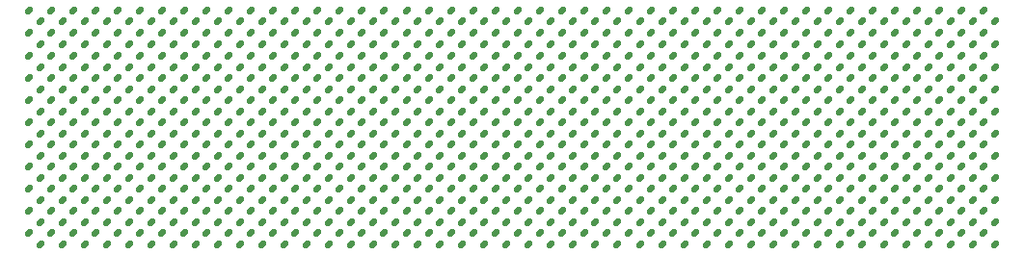
<source format=gbr>
%TF.GenerationSoftware,KiCad,Pcbnew,8.0.2-1.fc40*%
%TF.CreationDate,2025-03-27T00:29:42+07:00*%
%TF.ProjectId,BadgeMagic,42616467-654d-4616-9769-632e6b696361,rev?*%
%TF.SameCoordinates,Original*%
%TF.FileFunction,Paste,Bot*%
%TF.FilePolarity,Positive*%
%FSLAX46Y46*%
G04 Gerber Fmt 4.6, Leading zero omitted, Abs format (unit mm)*
G04 Created by KiCad (PCBNEW 8.0.2-1.fc40) date 2025-03-27 00:29:42*
%MOMM*%
%LPD*%
G01*
G04 APERTURE LIST*
G04 Aperture macros list*
%AMRoundRect*
0 Rectangle with rounded corners*
0 $1 Rounding radius*
0 $2 $3 $4 $5 $6 $7 $8 $9 X,Y pos of 4 corners*
0 Add a 4 corners polygon primitive as box body*
4,1,4,$2,$3,$4,$5,$6,$7,$8,$9,$2,$3,0*
0 Add four circle primitives for the rounded corners*
1,1,$1+$1,$2,$3*
1,1,$1+$1,$4,$5*
1,1,$1+$1,$6,$7*
1,1,$1+$1,$8,$9*
0 Add four rect primitives between the rounded corners*
20,1,$1+$1,$2,$3,$4,$5,0*
20,1,$1+$1,$4,$5,$6,$7,0*
20,1,$1+$1,$6,$7,$8,$9,0*
20,1,$1+$1,$8,$9,$2,$3,0*%
G04 Aperture macros list end*
%ADD10RoundRect,0.150000X0.247487X0.106066X0.106066X0.247487X-0.247487X-0.106066X-0.106066X-0.247487X0*%
G04 APERTURE END LIST*
D10*
%TO.C,D330*%
X164726940Y-93887500D03*
X163736990Y-92897550D03*
%TD*%
%TO.C,D197*%
X141326940Y-95837500D03*
X140336990Y-94847550D03*
%TD*%
%TO.C,D207*%
X143276940Y-97887500D03*
X142286990Y-96897550D03*
%TD*%
%TO.C,D389*%
X176426940Y-107637500D03*
X175436990Y-106647550D03*
%TD*%
%TO.C,D1*%
X108176940Y-113487500D03*
X107186990Y-112497550D03*
%TD*%
%TO.C,D55*%
X115976940Y-93887500D03*
X114986990Y-92897550D03*
%TD*%
%TO.C,D371*%
X172526940Y-99837500D03*
X171536990Y-98847550D03*
%TD*%
%TO.C,D454*%
X188126940Y-109587500D03*
X187136990Y-108597550D03*
%TD*%
%TO.C,D269*%
X154976940Y-105687500D03*
X153986990Y-104697550D03*
%TD*%
%TO.C,D276*%
X156926940Y-113487500D03*
X155936990Y-112497550D03*
%TD*%
%TO.C,D130*%
X129626940Y-97887500D03*
X128636990Y-96897550D03*
%TD*%
%TO.C,D53*%
X115976940Y-97887500D03*
X114986990Y-96897550D03*
%TD*%
%TO.C,D136*%
X131576940Y-107637500D03*
X130586990Y-106647550D03*
%TD*%
%TO.C,D421*%
X182276940Y-109587500D03*
X181286990Y-108597550D03*
%TD*%
%TO.C,D294*%
X158876940Y-99837500D03*
X157886990Y-98847550D03*
%TD*%
%TO.C,D261*%
X153026940Y-99837500D03*
X152036990Y-98847550D03*
%TD*%
%TO.C,D333*%
X166676940Y-109587500D03*
X165686990Y-108597550D03*
%TD*%
%TO.C,D181*%
X139376940Y-105687500D03*
X138386990Y-104697550D03*
%TD*%
%TO.C,D216*%
X145226940Y-101787500D03*
X144236990Y-100797550D03*
%TD*%
%TO.C,D424*%
X182276940Y-103737500D03*
X181286990Y-102747550D03*
%TD*%
%TO.C,D413*%
X180326940Y-103737500D03*
X179336990Y-102747550D03*
%TD*%
%TO.C,D263*%
X153026940Y-95837500D03*
X152036990Y-94847550D03*
%TD*%
%TO.C,D219*%
X145226940Y-95837500D03*
X144236990Y-94847550D03*
%TD*%
%TO.C,D198*%
X141326940Y-93887500D03*
X140336990Y-92897550D03*
%TD*%
%TO.C,D30*%
X112076940Y-99837500D03*
X111086990Y-98847550D03*
%TD*%
%TO.C,D255*%
X153026940Y-111537500D03*
X152036990Y-110547550D03*
%TD*%
%TO.C,D179*%
X139376940Y-109587500D03*
X138386990Y-108597550D03*
%TD*%
%TO.C,D308*%
X160826940Y-93887500D03*
X159836990Y-92897550D03*
%TD*%
%TO.C,D12*%
X110126940Y-113487500D03*
X109136990Y-112497550D03*
%TD*%
%TO.C,D7*%
X108176940Y-101787500D03*
X107186990Y-100797550D03*
%TD*%
%TO.C,D129*%
X129626940Y-99837500D03*
X128636990Y-98847550D03*
%TD*%
%TO.C,D36*%
X114026940Y-109587500D03*
X113036990Y-108597550D03*
%TD*%
%TO.C,D82*%
X121826940Y-105687500D03*
X120836990Y-104697550D03*
%TD*%
%TO.C,D217*%
X145226940Y-99837500D03*
X144236990Y-98847550D03*
%TD*%
%TO.C,D218*%
X145226940Y-97887500D03*
X144236990Y-96897550D03*
%TD*%
%TO.C,D398*%
X178376940Y-111537500D03*
X177386990Y-110547550D03*
%TD*%
%TO.C,D407*%
X178376940Y-93887500D03*
X177386990Y-92897550D03*
%TD*%
%TO.C,D112*%
X127676940Y-111537500D03*
X126686990Y-110547550D03*
%TD*%
%TO.C,D210*%
X145226940Y-113487500D03*
X144236990Y-112497550D03*
%TD*%
%TO.C,D282*%
X156926940Y-101787500D03*
X155936990Y-100797550D03*
%TD*%
%TO.C,D367*%
X172526940Y-107637500D03*
X171536990Y-106647550D03*
%TD*%
%TO.C,D278*%
X156926940Y-109587500D03*
X155936990Y-108597550D03*
%TD*%
%TO.C,D118*%
X127676940Y-99837500D03*
X126686990Y-98847550D03*
%TD*%
%TO.C,D366*%
X172526940Y-109587500D03*
X171536990Y-108597550D03*
%TD*%
%TO.C,D22*%
X110126940Y-93887500D03*
X109136990Y-92897550D03*
%TD*%
%TO.C,D231*%
X147176940Y-93887500D03*
X146186990Y-92897550D03*
%TD*%
%TO.C,D267*%
X154976940Y-109587500D03*
X153986990Y-108597550D03*
%TD*%
%TO.C,D244*%
X151076940Y-111537500D03*
X150086990Y-110547550D03*
%TD*%
%TO.C,D153*%
X133526940Y-95837500D03*
X132536990Y-94847550D03*
%TD*%
%TO.C,D388*%
X176426940Y-109587500D03*
X175436990Y-108597550D03*
%TD*%
%TO.C,D315*%
X162776940Y-101787500D03*
X161786990Y-100797550D03*
%TD*%
%TO.C,D337*%
X166676940Y-101787500D03*
X165686990Y-100797550D03*
%TD*%
%TO.C,D273*%
X154976940Y-97887500D03*
X153986990Y-96897550D03*
%TD*%
%TO.C,D95*%
X123776940Y-101787500D03*
X122786990Y-100797550D03*
%TD*%
%TO.C,D230*%
X147176940Y-95837500D03*
X146186990Y-94847550D03*
%TD*%
%TO.C,D446*%
X186176940Y-103737500D03*
X185186990Y-102747550D03*
%TD*%
%TO.C,D373*%
X172526940Y-95837500D03*
X171536990Y-94847550D03*
%TD*%
%TO.C,D419*%
X182276940Y-113487500D03*
X181286990Y-112497550D03*
%TD*%
%TO.C,D459*%
X188126940Y-99837500D03*
X187136990Y-98847550D03*
%TD*%
%TO.C,D445*%
X186176940Y-105687500D03*
X185186990Y-104697550D03*
%TD*%
%TO.C,D121*%
X127676940Y-93887500D03*
X126686990Y-92897550D03*
%TD*%
%TO.C,D26*%
X112076940Y-107637500D03*
X111086990Y-106647550D03*
%TD*%
%TO.C,D247*%
X151076940Y-105687500D03*
X150086990Y-104697550D03*
%TD*%
%TO.C,D284*%
X156926940Y-97887500D03*
X155936990Y-96897550D03*
%TD*%
%TO.C,D406*%
X178376940Y-95837500D03*
X177386990Y-94847550D03*
%TD*%
%TO.C,D120*%
X127676940Y-95837500D03*
X126686990Y-94847550D03*
%TD*%
%TO.C,D328*%
X164726940Y-97887500D03*
X163736990Y-96897550D03*
%TD*%
%TO.C,D275*%
X154976940Y-93887500D03*
X153986990Y-92897550D03*
%TD*%
%TO.C,D171*%
X137426940Y-103737500D03*
X136436990Y-102747550D03*
%TD*%
%TO.C,D258*%
X153026940Y-105687500D03*
X152036990Y-104697550D03*
%TD*%
%TO.C,D203*%
X143276940Y-105687500D03*
X142286990Y-104697550D03*
%TD*%
%TO.C,D472*%
X190076940Y-95837500D03*
X189086990Y-94847550D03*
%TD*%
%TO.C,D312*%
X162776940Y-107637500D03*
X161786990Y-106647550D03*
%TD*%
%TO.C,D280*%
X156926940Y-105687500D03*
X155936990Y-104697550D03*
%TD*%
%TO.C,D74*%
X119876940Y-99837500D03*
X118886990Y-98847550D03*
%TD*%
%TO.C,D83*%
X121826940Y-103737500D03*
X120836990Y-102747550D03*
%TD*%
%TO.C,D324*%
X164726940Y-105687500D03*
X163736990Y-104697550D03*
%TD*%
%TO.C,D270*%
X154976940Y-103737500D03*
X153986990Y-102747550D03*
%TD*%
%TO.C,D469*%
X190076940Y-101787500D03*
X189086990Y-100797550D03*
%TD*%
%TO.C,D455*%
X188126940Y-107637500D03*
X187136990Y-106647550D03*
%TD*%
%TO.C,D397*%
X178376940Y-113487500D03*
X177386990Y-112497550D03*
%TD*%
%TO.C,D145*%
X133526940Y-111537500D03*
X132536990Y-110547550D03*
%TD*%
%TO.C,D384*%
X174476940Y-95837500D03*
X173486990Y-94847550D03*
%TD*%
%TO.C,D462*%
X188126940Y-93887500D03*
X187136990Y-92897550D03*
%TD*%
%TO.C,D338*%
X166676940Y-99837500D03*
X165686990Y-98847550D03*
%TD*%
%TO.C,D69*%
X119876940Y-109587500D03*
X118886990Y-108597550D03*
%TD*%
%TO.C,D292*%
X158876940Y-103737500D03*
X157886990Y-102747550D03*
%TD*%
%TO.C,D204*%
X143276940Y-103737500D03*
X142286990Y-102747550D03*
%TD*%
%TO.C,D106*%
X125726940Y-101787500D03*
X124736990Y-100797550D03*
%TD*%
%TO.C,D319*%
X162776940Y-93887500D03*
X161786990Y-92897550D03*
%TD*%
%TO.C,D188*%
X141326940Y-113487500D03*
X140336990Y-112497550D03*
%TD*%
%TO.C,D148*%
X133526940Y-105687500D03*
X132536990Y-104697550D03*
%TD*%
%TO.C,D346*%
X168626940Y-105687500D03*
X167636990Y-104697550D03*
%TD*%
%TO.C,D250*%
X151076940Y-99837500D03*
X150086990Y-98847550D03*
%TD*%
%TO.C,D100*%
X125726940Y-113487500D03*
X124736990Y-112497550D03*
%TD*%
%TO.C,D211*%
X145226940Y-111537500D03*
X144236990Y-110547550D03*
%TD*%
%TO.C,D126*%
X129626940Y-105687500D03*
X128636990Y-104697550D03*
%TD*%
%TO.C,D475*%
X192026940Y-111537500D03*
X191036990Y-110547550D03*
%TD*%
%TO.C,D325*%
X164726940Y-103737500D03*
X163736990Y-102747550D03*
%TD*%
%TO.C,D236*%
X149126940Y-105687500D03*
X148136990Y-104697550D03*
%TD*%
%TO.C,D428*%
X182276940Y-95837500D03*
X181286990Y-94847550D03*
%TD*%
%TO.C,D117*%
X127676940Y-101787500D03*
X126686990Y-100797550D03*
%TD*%
%TO.C,D205*%
X143276940Y-101787500D03*
X142286990Y-100797550D03*
%TD*%
%TO.C,D287*%
X158876940Y-113487500D03*
X157886990Y-112497550D03*
%TD*%
%TO.C,D252*%
X151076940Y-95837500D03*
X150086990Y-94847550D03*
%TD*%
%TO.C,D481*%
X192026940Y-99837500D03*
X191036990Y-98847550D03*
%TD*%
%TO.C,D417*%
X180326940Y-95837500D03*
X179336990Y-94847550D03*
%TD*%
%TO.C,D466*%
X190076940Y-107637500D03*
X189086990Y-106647550D03*
%TD*%
%TO.C,D50*%
X115976940Y-103737500D03*
X114986990Y-102747550D03*
%TD*%
%TO.C,D72*%
X119876940Y-103737500D03*
X118886990Y-102747550D03*
%TD*%
%TO.C,D323*%
X164726940Y-107637500D03*
X163736990Y-106647550D03*
%TD*%
%TO.C,D142*%
X131576940Y-95837500D03*
X130586990Y-94847550D03*
%TD*%
%TO.C,D272*%
X154976940Y-99837500D03*
X153986990Y-98847550D03*
%TD*%
%TO.C,D78*%
X121826940Y-113487500D03*
X120836990Y-112497550D03*
%TD*%
%TO.C,D444*%
X186176940Y-107637500D03*
X185186990Y-106647550D03*
%TD*%
%TO.C,D3*%
X108176940Y-109587500D03*
X107186990Y-108597550D03*
%TD*%
%TO.C,D297*%
X158876940Y-93887500D03*
X157886990Y-92897550D03*
%TD*%
%TO.C,D433*%
X184226940Y-107637500D03*
X183236990Y-106647550D03*
%TD*%
%TO.C,D256*%
X153026940Y-109587500D03*
X152036990Y-108597550D03*
%TD*%
%TO.C,D296*%
X158876940Y-95837500D03*
X157886990Y-94847550D03*
%TD*%
%TO.C,D89*%
X123776940Y-113487500D03*
X122786990Y-112497550D03*
%TD*%
%TO.C,D393*%
X176426940Y-99837500D03*
X175436990Y-98847550D03*
%TD*%
%TO.C,D196*%
X141326940Y-97887500D03*
X140336990Y-96897550D03*
%TD*%
%TO.C,D471*%
X190076940Y-97887500D03*
X189086990Y-96897550D03*
%TD*%
%TO.C,D32*%
X112076940Y-95837500D03*
X111086990Y-94847550D03*
%TD*%
%TO.C,D253*%
X151076940Y-93887500D03*
X150086990Y-92897550D03*
%TD*%
%TO.C,D214*%
X145226940Y-105687500D03*
X144236990Y-104697550D03*
%TD*%
%TO.C,D434*%
X184226940Y-105687500D03*
X183236990Y-104697550D03*
%TD*%
%TO.C,D390*%
X176426940Y-105687500D03*
X175436990Y-104697550D03*
%TD*%
%TO.C,D169*%
X137426940Y-107637500D03*
X136436990Y-106647550D03*
%TD*%
%TO.C,D335*%
X166676940Y-105687500D03*
X165686990Y-104697550D03*
%TD*%
%TO.C,D410*%
X180326940Y-109587500D03*
X179336990Y-108597550D03*
%TD*%
%TO.C,D262*%
X153026940Y-97887500D03*
X152036990Y-96897550D03*
%TD*%
%TO.C,D84*%
X121826940Y-101787500D03*
X120836990Y-100797550D03*
%TD*%
%TO.C,D97*%
X123776940Y-97887500D03*
X122786990Y-96897550D03*
%TD*%
%TO.C,D133*%
X131576940Y-113487500D03*
X130586990Y-112497550D03*
%TD*%
%TO.C,D289*%
X158876940Y-109587500D03*
X157886990Y-108597550D03*
%TD*%
%TO.C,D260*%
X153026940Y-101787500D03*
X152036990Y-100797550D03*
%TD*%
%TO.C,D237*%
X149126940Y-103737500D03*
X148136990Y-102747550D03*
%TD*%
%TO.C,D443*%
X186176940Y-109587500D03*
X185186990Y-108597550D03*
%TD*%
%TO.C,D358*%
X170576940Y-103737500D03*
X169586990Y-102747550D03*
%TD*%
%TO.C,D341*%
X166676940Y-93887500D03*
X165686990Y-92897550D03*
%TD*%
%TO.C,D484*%
X192026940Y-93887500D03*
X191036990Y-92897550D03*
%TD*%
%TO.C,D45*%
X115976940Y-113487500D03*
X114986990Y-112497550D03*
%TD*%
%TO.C,D94*%
X123776940Y-103737500D03*
X122786990Y-102747550D03*
%TD*%
%TO.C,D344*%
X168626940Y-109587500D03*
X167636990Y-108597550D03*
%TD*%
%TO.C,D31*%
X112076940Y-97887500D03*
X111086990Y-96897550D03*
%TD*%
%TO.C,D222*%
X147176940Y-111537500D03*
X146186990Y-110547550D03*
%TD*%
%TO.C,D173*%
X137426940Y-99837500D03*
X136436990Y-98847550D03*
%TD*%
%TO.C,D149*%
X133526940Y-103737500D03*
X132536990Y-102747550D03*
%TD*%
%TO.C,D248*%
X151076940Y-103737500D03*
X150086990Y-102747550D03*
%TD*%
%TO.C,D96*%
X123776940Y-99837500D03*
X122786990Y-98847550D03*
%TD*%
%TO.C,D154*%
X133526940Y-93887500D03*
X132536990Y-92897550D03*
%TD*%
%TO.C,D221*%
X147176940Y-113487500D03*
X146186990Y-112497550D03*
%TD*%
%TO.C,D394*%
X176426940Y-97887500D03*
X175436990Y-96897550D03*
%TD*%
%TO.C,D33*%
X112076940Y-93887500D03*
X111086990Y-92897550D03*
%TD*%
%TO.C,D187*%
X139376940Y-93887500D03*
X138386990Y-92897550D03*
%TD*%
%TO.C,D226*%
X147176940Y-103737500D03*
X146186990Y-102747550D03*
%TD*%
%TO.C,D24*%
X112076940Y-111537500D03*
X111086990Y-110547550D03*
%TD*%
%TO.C,D392*%
X176426940Y-101787500D03*
X175436990Y-100797550D03*
%TD*%
%TO.C,D138*%
X131576940Y-103737500D03*
X130586990Y-102747550D03*
%TD*%
%TO.C,D208*%
X143276940Y-95837500D03*
X142286990Y-94847550D03*
%TD*%
%TO.C,D104*%
X125726940Y-105687500D03*
X124736990Y-104697550D03*
%TD*%
%TO.C,D426*%
X182276940Y-99837500D03*
X181286990Y-98847550D03*
%TD*%
%TO.C,D374*%
X172526940Y-93887500D03*
X171536990Y-92897550D03*
%TD*%
%TO.C,D186*%
X139376940Y-95837500D03*
X138386990Y-94847550D03*
%TD*%
%TO.C,D17*%
X110126940Y-103737500D03*
X109136990Y-102747550D03*
%TD*%
%TO.C,D35*%
X114026940Y-111537500D03*
X113036990Y-110547550D03*
%TD*%
%TO.C,D223*%
X147176940Y-109587500D03*
X146186990Y-108597550D03*
%TD*%
%TO.C,D465*%
X190076940Y-109587500D03*
X189086990Y-108597550D03*
%TD*%
%TO.C,D28*%
X112076940Y-103737500D03*
X111086990Y-102747550D03*
%TD*%
%TO.C,D81*%
X121826940Y-107637500D03*
X120836990Y-106647550D03*
%TD*%
%TO.C,D193*%
X141326940Y-103737500D03*
X140336990Y-102747550D03*
%TD*%
%TO.C,D318*%
X162776940Y-95837500D03*
X161786990Y-94847550D03*
%TD*%
%TO.C,D401*%
X178376940Y-105687500D03*
X177386990Y-104697550D03*
%TD*%
%TO.C,D103*%
X125726940Y-107637500D03*
X124736990Y-106647550D03*
%TD*%
%TO.C,D21*%
X110126940Y-95837500D03*
X109136990Y-94847550D03*
%TD*%
%TO.C,D340*%
X166676940Y-95837500D03*
X165686990Y-94847550D03*
%TD*%
%TO.C,D172*%
X137426940Y-101787500D03*
X136436990Y-100797550D03*
%TD*%
%TO.C,D162*%
X135476940Y-99837500D03*
X134486990Y-98847550D03*
%TD*%
%TO.C,D157*%
X135476940Y-109587500D03*
X134486990Y-108597550D03*
%TD*%
%TO.C,D131*%
X129626940Y-95837500D03*
X128636990Y-94847550D03*
%TD*%
%TO.C,D375*%
X174476940Y-113487500D03*
X173486990Y-112497550D03*
%TD*%
%TO.C,D23*%
X112076940Y-113487500D03*
X111086990Y-112497550D03*
%TD*%
%TO.C,D342*%
X168626940Y-113487500D03*
X167636990Y-112497550D03*
%TD*%
%TO.C,D309*%
X162776940Y-113487500D03*
X161786990Y-112497550D03*
%TD*%
%TO.C,D66*%
X117926940Y-93887500D03*
X116936990Y-92897550D03*
%TD*%
%TO.C,D402*%
X178376940Y-103737500D03*
X177386990Y-102747550D03*
%TD*%
%TO.C,D368*%
X172526940Y-105687500D03*
X171536990Y-104697550D03*
%TD*%
%TO.C,D321*%
X164726940Y-111537500D03*
X163736990Y-110547550D03*
%TD*%
%TO.C,D307*%
X160826940Y-95837500D03*
X159836990Y-94847550D03*
%TD*%
%TO.C,D425*%
X182276940Y-101787500D03*
X181286990Y-100797550D03*
%TD*%
%TO.C,D164*%
X135476940Y-95837500D03*
X134486990Y-94847550D03*
%TD*%
%TO.C,D158*%
X135476940Y-107637500D03*
X134486990Y-106647550D03*
%TD*%
%TO.C,D283*%
X156926940Y-99837500D03*
X155936990Y-98847550D03*
%TD*%
%TO.C,D184*%
X139376940Y-99837500D03*
X138386990Y-98847550D03*
%TD*%
%TO.C,D277*%
X156926940Y-111537500D03*
X155936990Y-110547550D03*
%TD*%
%TO.C,D266*%
X154976940Y-111537500D03*
X153986990Y-110547550D03*
%TD*%
%TO.C,D350*%
X168626940Y-97887500D03*
X167636990Y-96897550D03*
%TD*%
%TO.C,D168*%
X137426940Y-109587500D03*
X136436990Y-108597550D03*
%TD*%
%TO.C,D317*%
X162776940Y-97887500D03*
X161786990Y-96897550D03*
%TD*%
%TO.C,D19*%
X110126940Y-99837500D03*
X109136990Y-98847550D03*
%TD*%
%TO.C,D68*%
X119876940Y-111537500D03*
X118886990Y-110547550D03*
%TD*%
%TO.C,D438*%
X184226940Y-97887500D03*
X183236990Y-96897550D03*
%TD*%
%TO.C,D91*%
X123776940Y-109587500D03*
X122786990Y-108597550D03*
%TD*%
%TO.C,D357*%
X170576940Y-105687500D03*
X169586990Y-104697550D03*
%TD*%
%TO.C,D377*%
X174476940Y-109587500D03*
X173486990Y-108597550D03*
%TD*%
%TO.C,D44*%
X114026940Y-93887500D03*
X113036990Y-92897550D03*
%TD*%
%TO.C,D143*%
X131576940Y-93887500D03*
X130586990Y-92897550D03*
%TD*%
%TO.C,D242*%
X149126940Y-93887500D03*
X148136990Y-92897550D03*
%TD*%
%TO.C,D268*%
X154976940Y-107637500D03*
X153986990Y-106647550D03*
%TD*%
%TO.C,D381*%
X174476940Y-101787500D03*
X173486990Y-100797550D03*
%TD*%
%TO.C,D313*%
X162776940Y-105687500D03*
X161786990Y-104697550D03*
%TD*%
%TO.C,D119*%
X127676940Y-97887500D03*
X126686990Y-96897550D03*
%TD*%
%TO.C,D334*%
X166676940Y-107637500D03*
X165686990Y-106647550D03*
%TD*%
%TO.C,D128*%
X129626940Y-101787500D03*
X128636990Y-100797550D03*
%TD*%
%TO.C,D281*%
X156926940Y-103737500D03*
X155936990Y-102747550D03*
%TD*%
%TO.C,D182*%
X139376940Y-103737500D03*
X138386990Y-102747550D03*
%TD*%
%TO.C,D440*%
X184226940Y-93887500D03*
X183236990Y-92897550D03*
%TD*%
%TO.C,D449*%
X186176940Y-97887500D03*
X185186990Y-96897550D03*
%TD*%
%TO.C,D457*%
X188126940Y-103737500D03*
X187136990Y-102747550D03*
%TD*%
%TO.C,D300*%
X160826940Y-109587500D03*
X159836990Y-108597550D03*
%TD*%
%TO.C,D285*%
X156926940Y-95837500D03*
X155936990Y-94847550D03*
%TD*%
%TO.C,D90*%
X123776940Y-111537500D03*
X122786990Y-110547550D03*
%TD*%
%TO.C,D151*%
X133526940Y-99837500D03*
X132536990Y-98847550D03*
%TD*%
%TO.C,D46*%
X115976940Y-111537500D03*
X114986990Y-110547550D03*
%TD*%
%TO.C,D165*%
X135476940Y-93887500D03*
X134486990Y-92897550D03*
%TD*%
%TO.C,D415*%
X180326940Y-99837500D03*
X179336990Y-98847550D03*
%TD*%
%TO.C,D57*%
X117926940Y-111537500D03*
X116936990Y-110547550D03*
%TD*%
%TO.C,D58*%
X117926940Y-109587500D03*
X116936990Y-108597550D03*
%TD*%
%TO.C,D99*%
X123776940Y-93887500D03*
X122786990Y-92897550D03*
%TD*%
%TO.C,D453*%
X188126940Y-111537500D03*
X187136990Y-110547550D03*
%TD*%
%TO.C,D140*%
X131576940Y-99837500D03*
X130586990Y-98847550D03*
%TD*%
%TO.C,D108*%
X125726940Y-97887500D03*
X124736990Y-96897550D03*
%TD*%
%TO.C,D359*%
X170576940Y-101787500D03*
X169586990Y-100797550D03*
%TD*%
%TO.C,D304*%
X160826940Y-101787500D03*
X159836990Y-100797550D03*
%TD*%
%TO.C,D65*%
X117926940Y-95837500D03*
X116936990Y-94847550D03*
%TD*%
%TO.C,D235*%
X149126940Y-107637500D03*
X148136990Y-106647550D03*
%TD*%
%TO.C,D29*%
X112076940Y-101787500D03*
X111086990Y-100797550D03*
%TD*%
%TO.C,D15*%
X110126940Y-107637500D03*
X109136990Y-106647550D03*
%TD*%
%TO.C,D43*%
X114026940Y-95837500D03*
X113036990Y-94847550D03*
%TD*%
%TO.C,D355*%
X170576940Y-109587500D03*
X169586990Y-108597550D03*
%TD*%
%TO.C,D291*%
X158876940Y-105687500D03*
X157886990Y-104697550D03*
%TD*%
%TO.C,D332*%
X166676940Y-111537500D03*
X165686990Y-110547550D03*
%TD*%
%TO.C,D52*%
X115976940Y-99837500D03*
X114986990Y-98847550D03*
%TD*%
%TO.C,D144*%
X133526940Y-113487500D03*
X132536990Y-112497550D03*
%TD*%
%TO.C,D409*%
X180326940Y-111537500D03*
X179336990Y-110547550D03*
%TD*%
%TO.C,D432*%
X184226940Y-109587500D03*
X183236990Y-108597550D03*
%TD*%
%TO.C,D451*%
X186176940Y-93887500D03*
X185186990Y-92897550D03*
%TD*%
%TO.C,D73*%
X119876940Y-101787500D03*
X118886990Y-100797550D03*
%TD*%
%TO.C,D152*%
X133526940Y-97887500D03*
X132536990Y-96897550D03*
%TD*%
%TO.C,D474*%
X192026940Y-113487500D03*
X191036990Y-112497550D03*
%TD*%
%TO.C,D62*%
X117926940Y-101787500D03*
X116936990Y-100797550D03*
%TD*%
%TO.C,D63*%
X117926940Y-99837500D03*
X116936990Y-98847550D03*
%TD*%
%TO.C,D478*%
X192026940Y-105687500D03*
X191036990Y-104697550D03*
%TD*%
%TO.C,D132*%
X129626940Y-93887500D03*
X128636990Y-92897550D03*
%TD*%
%TO.C,D34*%
X114026940Y-113487500D03*
X113036990Y-112497550D03*
%TD*%
%TO.C,D251*%
X151076940Y-97887500D03*
X150086990Y-96897550D03*
%TD*%
%TO.C,D463*%
X190076940Y-113487500D03*
X189086990Y-112497550D03*
%TD*%
%TO.C,D87*%
X121826940Y-95837500D03*
X120836990Y-94847550D03*
%TD*%
%TO.C,D385*%
X174476940Y-93887500D03*
X173486990Y-92897550D03*
%TD*%
%TO.C,D77*%
X119876940Y-93887500D03*
X118886990Y-92897550D03*
%TD*%
%TO.C,D92*%
X123776940Y-107637500D03*
X122786990Y-106647550D03*
%TD*%
%TO.C,D8*%
X108176940Y-99837500D03*
X107186990Y-98847550D03*
%TD*%
%TO.C,D295*%
X158876940Y-97887500D03*
X157886990Y-96897550D03*
%TD*%
%TO.C,D54*%
X115976940Y-95837500D03*
X114986990Y-94847550D03*
%TD*%
%TO.C,D240*%
X149126940Y-97887500D03*
X148136990Y-96897550D03*
%TD*%
%TO.C,D249*%
X151076940Y-101787500D03*
X150086990Y-100797550D03*
%TD*%
%TO.C,D212*%
X145226940Y-109587500D03*
X144236990Y-108597550D03*
%TD*%
%TO.C,D155*%
X135476940Y-113487500D03*
X134486990Y-112497550D03*
%TD*%
%TO.C,D464*%
X190076940Y-111537500D03*
X189086990Y-110547550D03*
%TD*%
%TO.C,D170*%
X137426940Y-105687500D03*
X136436990Y-104697550D03*
%TD*%
%TO.C,D400*%
X178376940Y-107637500D03*
X177386990Y-106647550D03*
%TD*%
%TO.C,D176*%
X137426940Y-93887500D03*
X136436990Y-92897550D03*
%TD*%
%TO.C,D254*%
X153026940Y-113487500D03*
X152036990Y-112497550D03*
%TD*%
%TO.C,D59*%
X117926940Y-107637500D03*
X116936990Y-106647550D03*
%TD*%
%TO.C,D2*%
X108176940Y-111537500D03*
X107186990Y-110547550D03*
%TD*%
%TO.C,D264*%
X153026940Y-93887500D03*
X152036990Y-92897550D03*
%TD*%
%TO.C,D225*%
X147176940Y-105687500D03*
X146186990Y-104697550D03*
%TD*%
%TO.C,D39*%
X114026940Y-103737500D03*
X113036990Y-102747550D03*
%TD*%
%TO.C,D362*%
X170576940Y-95837500D03*
X169586990Y-94847550D03*
%TD*%
%TO.C,D18*%
X110126940Y-101787500D03*
X109136990Y-100797550D03*
%TD*%
%TO.C,D343*%
X168626940Y-111537500D03*
X167636990Y-110547550D03*
%TD*%
%TO.C,D403*%
X178376940Y-101787500D03*
X177386990Y-100797550D03*
%TD*%
%TO.C,D70*%
X119876940Y-107637500D03*
X118886990Y-106647550D03*
%TD*%
%TO.C,D163*%
X135476940Y-97887500D03*
X134486990Y-96897550D03*
%TD*%
%TO.C,D124*%
X129626940Y-109587500D03*
X128636990Y-108597550D03*
%TD*%
%TO.C,D122*%
X129626940Y-113487500D03*
X128636990Y-112497550D03*
%TD*%
%TO.C,D303*%
X160826940Y-103737500D03*
X159836990Y-102747550D03*
%TD*%
%TO.C,D80*%
X121826940Y-109587500D03*
X120836990Y-108597550D03*
%TD*%
%TO.C,D429*%
X182276940Y-93887500D03*
X181286990Y-92897550D03*
%TD*%
%TO.C,D194*%
X141326940Y-101787500D03*
X140336990Y-100797550D03*
%TD*%
%TO.C,D349*%
X168626940Y-99837500D03*
X167636990Y-98847550D03*
%TD*%
%TO.C,D48*%
X115976940Y-107637500D03*
X114986990Y-106647550D03*
%TD*%
%TO.C,D125*%
X129626940Y-107637500D03*
X128636990Y-106647550D03*
%TD*%
%TO.C,D51*%
X115976940Y-101787500D03*
X114986990Y-100797550D03*
%TD*%
%TO.C,D306*%
X160826940Y-97887500D03*
X159836990Y-96897550D03*
%TD*%
%TO.C,D365*%
X172526940Y-111537500D03*
X171536990Y-110547550D03*
%TD*%
%TO.C,D458*%
X188126940Y-101787500D03*
X187136990Y-100797550D03*
%TD*%
%TO.C,D20*%
X110126940Y-97887500D03*
X109136990Y-96897550D03*
%TD*%
%TO.C,D116*%
X127676940Y-103737500D03*
X126686990Y-102747550D03*
%TD*%
%TO.C,D327*%
X164726940Y-99837500D03*
X163736990Y-98847550D03*
%TD*%
%TO.C,D60*%
X117926940Y-105687500D03*
X116936990Y-104697550D03*
%TD*%
%TO.C,D135*%
X131576940Y-109587500D03*
X130586990Y-108597550D03*
%TD*%
%TO.C,D378*%
X174476940Y-107637500D03*
X173486990Y-106647550D03*
%TD*%
%TO.C,D111*%
X127676940Y-113487500D03*
X126686990Y-112497550D03*
%TD*%
%TO.C,D201*%
X143276940Y-109587500D03*
X142286990Y-108597550D03*
%TD*%
%TO.C,D418*%
X180326940Y-93887500D03*
X179336990Y-92897550D03*
%TD*%
%TO.C,D243*%
X151076940Y-113487500D03*
X150086990Y-112497550D03*
%TD*%
%TO.C,D305*%
X160826940Y-99837500D03*
X159836990Y-98847550D03*
%TD*%
%TO.C,D245*%
X151076940Y-109587500D03*
X150086990Y-108597550D03*
%TD*%
%TO.C,D13*%
X110126940Y-111537500D03*
X109136990Y-110547550D03*
%TD*%
%TO.C,D452*%
X188126940Y-113487500D03*
X187136990Y-112497550D03*
%TD*%
%TO.C,D37*%
X114026940Y-107637500D03*
X113036990Y-106647550D03*
%TD*%
%TO.C,D442*%
X186176940Y-111537500D03*
X185186990Y-110547550D03*
%TD*%
%TO.C,D200*%
X143276940Y-111537500D03*
X142286990Y-110547550D03*
%TD*%
%TO.C,D395*%
X176426940Y-95837500D03*
X175436990Y-94847550D03*
%TD*%
%TO.C,D174*%
X137426940Y-97887500D03*
X136436990Y-96897550D03*
%TD*%
%TO.C,D408*%
X180326940Y-113487500D03*
X179336990Y-112497550D03*
%TD*%
%TO.C,D102*%
X125726940Y-109587500D03*
X124736990Y-108597550D03*
%TD*%
%TO.C,D430*%
X184226940Y-113487500D03*
X183236990Y-112497550D03*
%TD*%
%TO.C,D479*%
X192026940Y-103737500D03*
X191036990Y-102747550D03*
%TD*%
%TO.C,D101*%
X125726940Y-111537500D03*
X124736990Y-110547550D03*
%TD*%
%TO.C,D379*%
X174476940Y-105687500D03*
X173486990Y-104697550D03*
%TD*%
%TO.C,D422*%
X182276940Y-107637500D03*
X181286990Y-106647550D03*
%TD*%
%TO.C,D232*%
X149126940Y-113487500D03*
X148136990Y-112497550D03*
%TD*%
%TO.C,D209*%
X143276940Y-93887500D03*
X142286990Y-92897550D03*
%TD*%
%TO.C,D386*%
X176426940Y-113487500D03*
X175436990Y-112497550D03*
%TD*%
%TO.C,D14*%
X110126940Y-109587500D03*
X109136990Y-108597550D03*
%TD*%
%TO.C,D311*%
X162776940Y-109587500D03*
X161786990Y-108597550D03*
%TD*%
%TO.C,D382*%
X174476940Y-99837500D03*
X173486990Y-98847550D03*
%TD*%
%TO.C,D185*%
X139376940Y-97887500D03*
X138386990Y-96897550D03*
%TD*%
%TO.C,D405*%
X178376940Y-97887500D03*
X177386990Y-96897550D03*
%TD*%
%TO.C,D64*%
X117926940Y-97887500D03*
X116936990Y-96897550D03*
%TD*%
%TO.C,D361*%
X170576940Y-97887500D03*
X169586990Y-96897550D03*
%TD*%
%TO.C,D448*%
X186176940Y-99837500D03*
X185186990Y-98847550D03*
%TD*%
%TO.C,D4*%
X108176940Y-107637500D03*
X107186990Y-106647550D03*
%TD*%
%TO.C,D314*%
X162776940Y-103737500D03*
X161786990Y-102747550D03*
%TD*%
%TO.C,D229*%
X147176940Y-97887500D03*
X146186990Y-96897550D03*
%TD*%
%TO.C,D302*%
X160826940Y-105687500D03*
X159836990Y-104697550D03*
%TD*%
%TO.C,D178*%
X139376940Y-111537500D03*
X138386990Y-110547550D03*
%TD*%
%TO.C,D356*%
X170576940Y-107637500D03*
X169586990Y-106647550D03*
%TD*%
%TO.C,D326*%
X164726940Y-101787500D03*
X163736990Y-100797550D03*
%TD*%
%TO.C,D483*%
X192026940Y-95837500D03*
X191036990Y-94847550D03*
%TD*%
%TO.C,D177*%
X139376940Y-113487500D03*
X138386990Y-112497550D03*
%TD*%
%TO.C,D351*%
X168626940Y-95837500D03*
X167636990Y-94847550D03*
%TD*%
%TO.C,D301*%
X160826940Y-107637500D03*
X159836990Y-106647550D03*
%TD*%
%TO.C,D239*%
X149126940Y-99837500D03*
X148136990Y-98847550D03*
%TD*%
%TO.C,D411*%
X180326940Y-107637500D03*
X179336990Y-106647550D03*
%TD*%
%TO.C,D259*%
X153026940Y-103737500D03*
X152036990Y-102747550D03*
%TD*%
%TO.C,D370*%
X172526940Y-101787500D03*
X171536990Y-100797550D03*
%TD*%
%TO.C,D290*%
X158876940Y-107637500D03*
X157886990Y-106647550D03*
%TD*%
%TO.C,D450*%
X186176940Y-95837500D03*
X185186990Y-94847550D03*
%TD*%
%TO.C,D439*%
X184226940Y-95837500D03*
X183236990Y-94847550D03*
%TD*%
%TO.C,D354*%
X170576940Y-111537500D03*
X169586990Y-110547550D03*
%TD*%
%TO.C,D316*%
X162776940Y-99837500D03*
X161786990Y-98847550D03*
%TD*%
%TO.C,D41*%
X114026940Y-99837500D03*
X113036990Y-98847550D03*
%TD*%
%TO.C,D85*%
X121826940Y-99837500D03*
X120836990Y-98847550D03*
%TD*%
%TO.C,D180*%
X139376940Y-107637500D03*
X138386990Y-106647550D03*
%TD*%
%TO.C,D347*%
X168626940Y-103737500D03*
X167636990Y-102747550D03*
%TD*%
%TO.C,D156*%
X135476940Y-111537500D03*
X134486990Y-110547550D03*
%TD*%
%TO.C,D175*%
X137426940Y-95837500D03*
X136436990Y-94847550D03*
%TD*%
%TO.C,D71*%
X119876940Y-105687500D03*
X118886990Y-104697550D03*
%TD*%
%TO.C,D139*%
X131576940Y-101787500D03*
X130586990Y-100797550D03*
%TD*%
%TO.C,D183*%
X139376940Y-101787500D03*
X138386990Y-100797550D03*
%TD*%
%TO.C,D141*%
X131576940Y-97887500D03*
X130586990Y-96897550D03*
%TD*%
%TO.C,D61*%
X117926940Y-103737500D03*
X116936990Y-102747550D03*
%TD*%
%TO.C,D376*%
X174476940Y-111537500D03*
X173486990Y-110547550D03*
%TD*%
%TO.C,D396*%
X176426940Y-93887500D03*
X175436990Y-92897550D03*
%TD*%
%TO.C,D191*%
X141326940Y-107637500D03*
X140336990Y-106647550D03*
%TD*%
%TO.C,D380*%
X174476940Y-103737500D03*
X173486990Y-102747550D03*
%TD*%
%TO.C,D123*%
X129626940Y-111537500D03*
X128636990Y-110547550D03*
%TD*%
%TO.C,D9*%
X108176940Y-97887500D03*
X107186990Y-96897550D03*
%TD*%
%TO.C,D167*%
X137426940Y-111537500D03*
X136436990Y-110547550D03*
%TD*%
%TO.C,D79*%
X121826940Y-111537500D03*
X120836990Y-110547550D03*
%TD*%
%TO.C,D147*%
X133526940Y-107637500D03*
X132536990Y-106647550D03*
%TD*%
%TO.C,D470*%
X190076940Y-99837500D03*
X189086990Y-98847550D03*
%TD*%
%TO.C,D161*%
X135476940Y-101787500D03*
X134486990Y-100797550D03*
%TD*%
%TO.C,D476*%
X192026940Y-109587500D03*
X191036990Y-108597550D03*
%TD*%
%TO.C,D25*%
X112076940Y-109587500D03*
X111086990Y-108597550D03*
%TD*%
%TO.C,D345*%
X168626940Y-107637500D03*
X167636990Y-106647550D03*
%TD*%
%TO.C,D40*%
X114026940Y-101787500D03*
X113036990Y-100797550D03*
%TD*%
%TO.C,D195*%
X141326940Y-99837500D03*
X140336990Y-98847550D03*
%TD*%
%TO.C,D114*%
X127676940Y-107637500D03*
X126686990Y-106647550D03*
%TD*%
%TO.C,D215*%
X145226940Y-103737500D03*
X144236990Y-102747550D03*
%TD*%
%TO.C,D27*%
X112076940Y-105687500D03*
X111086990Y-104697550D03*
%TD*%
%TO.C,D329*%
X164726940Y-95837500D03*
X163736990Y-94847550D03*
%TD*%
%TO.C,D420*%
X182276940Y-111537500D03*
X181286990Y-110547550D03*
%TD*%
%TO.C,D360*%
X170576940Y-99837500D03*
X169586990Y-98847550D03*
%TD*%
%TO.C,D134*%
X131576940Y-111537500D03*
X130586990Y-110547550D03*
%TD*%
%TO.C,D56*%
X117926940Y-113487500D03*
X116936990Y-112497550D03*
%TD*%
%TO.C,D274*%
X154976940Y-95837500D03*
X153986990Y-94847550D03*
%TD*%
%TO.C,D38*%
X114026940Y-105687500D03*
X113036990Y-104697550D03*
%TD*%
%TO.C,D257*%
X153026940Y-107637500D03*
X152036990Y-106647550D03*
%TD*%
%TO.C,D336*%
X166676940Y-103737500D03*
X165686990Y-102747550D03*
%TD*%
%TO.C,D288*%
X158876940Y-111537500D03*
X157886990Y-110547550D03*
%TD*%
%TO.C,D299*%
X160826940Y-111537500D03*
X159836990Y-110547550D03*
%TD*%
%TO.C,D447*%
X186176940Y-101787500D03*
X185186990Y-100797550D03*
%TD*%
%TO.C,D436*%
X184226940Y-101787500D03*
X183236990Y-100797550D03*
%TD*%
%TO.C,D352*%
X168626940Y-93887500D03*
X167636990Y-92897550D03*
%TD*%
%TO.C,D166*%
X137426940Y-113487500D03*
X136436990Y-112497550D03*
%TD*%
%TO.C,D11*%
X108176940Y-93887500D03*
X107186990Y-92897550D03*
%TD*%
%TO.C,D76*%
X119876940Y-95837500D03*
X118886990Y-94847550D03*
%TD*%
%TO.C,D146*%
X133526940Y-109587500D03*
X132536990Y-108597550D03*
%TD*%
%TO.C,D150*%
X133526940Y-101787500D03*
X132536990Y-100797550D03*
%TD*%
%TO.C,D423*%
X182276940Y-105687500D03*
X181286990Y-104697550D03*
%TD*%
%TO.C,D399*%
X178376940Y-109587500D03*
X177386990Y-108597550D03*
%TD*%
%TO.C,D113*%
X127676940Y-109587500D03*
X126686990Y-108597550D03*
%TD*%
%TO.C,D42*%
X114026940Y-97887500D03*
X113036990Y-96897550D03*
%TD*%
%TO.C,D331*%
X166676940Y-113487500D03*
X165686990Y-112497550D03*
%TD*%
%TO.C,D127*%
X129626940Y-103737500D03*
X128636990Y-102747550D03*
%TD*%
%TO.C,D189*%
X141326940Y-111537500D03*
X140336990Y-110547550D03*
%TD*%
%TO.C,D105*%
X125726940Y-103737500D03*
X124736990Y-102747550D03*
%TD*%
%TO.C,D109*%
X125726940Y-95837500D03*
X124736990Y-94847550D03*
%TD*%
%TO.C,D192*%
X141326940Y-105687500D03*
X140336990Y-104697550D03*
%TD*%
%TO.C,D437*%
X184226940Y-99837500D03*
X183236990Y-98847550D03*
%TD*%
%TO.C,D246*%
X151076940Y-107637500D03*
X150086990Y-106647550D03*
%TD*%
%TO.C,D480*%
X192026940Y-101787500D03*
X191036990Y-100797550D03*
%TD*%
%TO.C,D279*%
X156926940Y-107637500D03*
X155936990Y-106647550D03*
%TD*%
%TO.C,D414*%
X180326940Y-101787500D03*
X179336990Y-100797550D03*
%TD*%
%TO.C,D482*%
X192026940Y-97887500D03*
X191036990Y-96897550D03*
%TD*%
%TO.C,D233*%
X149126940Y-111537500D03*
X148136990Y-110547550D03*
%TD*%
%TO.C,D293*%
X158876940Y-101787500D03*
X157886990Y-100797550D03*
%TD*%
%TO.C,D67*%
X119876940Y-113487500D03*
X118886990Y-112497550D03*
%TD*%
%TO.C,D339*%
X166676940Y-97887500D03*
X165686990Y-96897550D03*
%TD*%
%TO.C,D160*%
X135476940Y-103737500D03*
X134486990Y-102747550D03*
%TD*%
%TO.C,D271*%
X154976940Y-101787500D03*
X153986990Y-100797550D03*
%TD*%
%TO.C,D241*%
X149126940Y-95837500D03*
X148136990Y-94847550D03*
%TD*%
%TO.C,D348*%
X168626940Y-101787500D03*
X167636990Y-100797550D03*
%TD*%
%TO.C,D75*%
X119876940Y-97887500D03*
X118886990Y-96897550D03*
%TD*%
%TO.C,D107*%
X125726940Y-99837500D03*
X124736990Y-98847550D03*
%TD*%
%TO.C,D431*%
X184226940Y-111537500D03*
X183236990Y-110547550D03*
%TD*%
%TO.C,D98*%
X123776940Y-95837500D03*
X122786990Y-94847550D03*
%TD*%
%TO.C,D412*%
X180326940Y-105687500D03*
X179336990Y-104697550D03*
%TD*%
%TO.C,D467*%
X190076940Y-105687500D03*
X189086990Y-104697550D03*
%TD*%
%TO.C,D228*%
X147176940Y-99837500D03*
X146186990Y-98847550D03*
%TD*%
%TO.C,D220*%
X145226940Y-93887500D03*
X144236990Y-92897550D03*
%TD*%
%TO.C,D227*%
X147176940Y-101787500D03*
X146186990Y-100797550D03*
%TD*%
%TO.C,D47*%
X115976940Y-109587500D03*
X114986990Y-108597550D03*
%TD*%
%TO.C,D202*%
X143276940Y-107637500D03*
X142286990Y-106647550D03*
%TD*%
%TO.C,D364*%
X172526940Y-113487500D03*
X171536990Y-112497550D03*
%TD*%
%TO.C,D224*%
X147176940Y-107637500D03*
X146186990Y-106647550D03*
%TD*%
%TO.C,D404*%
X178376940Y-99837500D03*
X177386990Y-98847550D03*
%TD*%
%TO.C,D86*%
X121826940Y-97887500D03*
X120836990Y-96897550D03*
%TD*%
%TO.C,D383*%
X174476940Y-97887500D03*
X173486990Y-96897550D03*
%TD*%
%TO.C,D322*%
X164726940Y-109587500D03*
X163736990Y-108597550D03*
%TD*%
%TO.C,D159*%
X135476940Y-105687500D03*
X134486990Y-104697550D03*
%TD*%
%TO.C,D6*%
X108176940Y-103737500D03*
X107186990Y-102747550D03*
%TD*%
%TO.C,D441*%
X186176940Y-113487500D03*
X185186990Y-112497550D03*
%TD*%
%TO.C,D456*%
X188126940Y-105687500D03*
X187136990Y-104697550D03*
%TD*%
%TO.C,D435*%
X184226940Y-103737500D03*
X183236990Y-102747550D03*
%TD*%
%TO.C,D310*%
X162776940Y-111537500D03*
X161786990Y-110547550D03*
%TD*%
%TO.C,D190*%
X141326940Y-109587500D03*
X140336990Y-108597550D03*
%TD*%
%TO.C,D49*%
X115976940Y-105687500D03*
X114986990Y-104697550D03*
%TD*%
%TO.C,D265*%
X154976940Y-113487500D03*
X153986990Y-112497550D03*
%TD*%
%TO.C,D137*%
X131576940Y-105687500D03*
X130586990Y-104697550D03*
%TD*%
%TO.C,D391*%
X176426940Y-103737500D03*
X175436990Y-102747550D03*
%TD*%
%TO.C,D477*%
X192026940Y-107637500D03*
X191036990Y-106647550D03*
%TD*%
%TO.C,D353*%
X170576940Y-113487500D03*
X169586990Y-112497550D03*
%TD*%
%TO.C,D5*%
X108176940Y-105687500D03*
X107186990Y-104697550D03*
%TD*%
%TO.C,D372*%
X172526940Y-97887500D03*
X171536990Y-96897550D03*
%TD*%
%TO.C,D199*%
X143276940Y-113487500D03*
X142286990Y-112497550D03*
%TD*%
%TO.C,D286*%
X156926940Y-93887500D03*
X155936990Y-92897550D03*
%TD*%
%TO.C,D93*%
X123776940Y-105687500D03*
X122786990Y-104697550D03*
%TD*%
%TO.C,D468*%
X190076940Y-103737500D03*
X189086990Y-102747550D03*
%TD*%
%TO.C,D10*%
X108176940Y-95837500D03*
X107186990Y-94847550D03*
%TD*%
%TO.C,D234*%
X149126940Y-109587500D03*
X148136990Y-108597550D03*
%TD*%
%TO.C,D363*%
X170576940Y-93887500D03*
X169586990Y-92897550D03*
%TD*%
%TO.C,D115*%
X127676940Y-105687500D03*
X126686990Y-104697550D03*
%TD*%
%TO.C,D473*%
X190076940Y-93887500D03*
X189086990Y-92897550D03*
%TD*%
%TO.C,D110*%
X125726940Y-93887500D03*
X124736990Y-92897550D03*
%TD*%
%TO.C,D461*%
X188126940Y-95837500D03*
X187136990Y-94847550D03*
%TD*%
%TO.C,D387*%
X176426940Y-111537500D03*
X175436990Y-110547550D03*
%TD*%
%TO.C,D238*%
X149126940Y-101787500D03*
X148136990Y-100797550D03*
%TD*%
%TO.C,D427*%
X182276940Y-97887500D03*
X181286990Y-96897550D03*
%TD*%
%TO.C,D460*%
X188126940Y-97887500D03*
X187136990Y-96897550D03*
%TD*%
%TO.C,D213*%
X145226940Y-107637500D03*
X144236990Y-106647550D03*
%TD*%
%TO.C,D416*%
X180326940Y-97887500D03*
X179336990Y-96897550D03*
%TD*%
%TO.C,D16*%
X110126940Y-105687500D03*
X109136990Y-104697550D03*
%TD*%
%TO.C,D298*%
X160826940Y-113487500D03*
X159836990Y-112497550D03*
%TD*%
%TO.C,D369*%
X172526940Y-103737500D03*
X171536990Y-102747550D03*
%TD*%
%TO.C,D88*%
X121826940Y-93887500D03*
X120836990Y-92897550D03*
%TD*%
%TO.C,D320*%
X164726940Y-113487500D03*
X163736990Y-112497550D03*
%TD*%
%TO.C,D206*%
X143276940Y-99837500D03*
X142286990Y-98847550D03*
%TD*%
M02*

</source>
